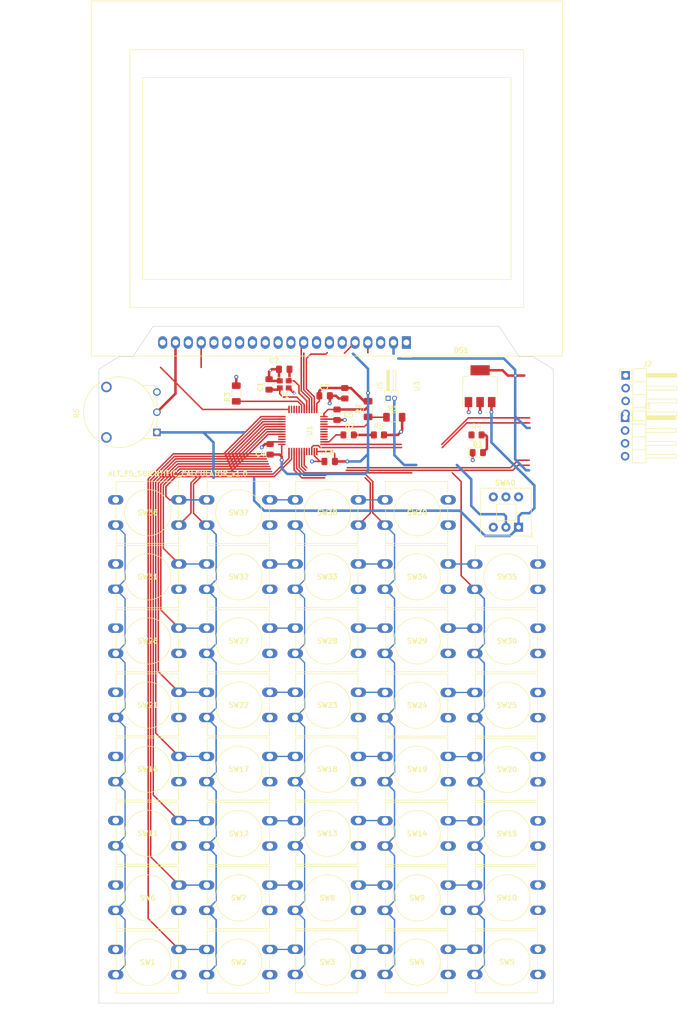
<source format=kicad_pcb>
(kicad_pcb (version 20221018) (generator pcbnew)
  (layers (0 "F.Cu" signal) (31 "B.Cu" signal) (34 "B.Paste" user) (35 "F.Paste" user) (36 "B.SilkS" user "B.Silkscreen") (37 "F.SilkS" user "F.Silkscreen") (38 "B.Mask" user) (39 "F.Mask" user) (44 "Edge.Cuts" user))
  (net 0 "")
  (net 1 "row0")
  (net 2 "row1")
  (net 3 "row2")
  (net 4 "row3")
  (net 5 "row4")
  (net 6 "row5")
  (net 7 "row7")
  (net 8 "col0")
  (net 9 "col1")
  (net 10 "col2")
  (net 11 "col3")
  (net 12 "col4")
  (net 13 "Net-(U1-PF1)")
  (net 14 "GND")
  (net 15 "Net-(U1-PF0)")
  (net 16 "3.3V")
  (net 18 "RS")
  (net 19 "RW")
  (net 20 "E")
  (net 30 "RST")
  (net 32 "Net-(DS1-BLA)")
  (net 33 "row6")
  (net 40 "Net-(U1-BOOT0)")
  (net 41 "Net-(U1-NRST)")
  (net 51 "Battery")
  (net 52 "Net-(D1-A)")
  (net 53 "Net-(D2-A)")
  (net 54 "Net-(J1-Pin_3)")
  (net 55 "Net-(J1-Pin_2)")
  (net 56 "Net-(J2-Pin_3)")
  (net 57 "Net-(J2-Pin_2)")
  (net 58 "Net-(J5-Pin_2)")
  (net 59 "Net-(D2-K)")
  (footprint "Resistor_SMD:R_1206_3216Metric_Pad1.30x1.75mm_HandSolder" (layer "F.Cu") (at 117.672258 116.5825 -90)
    (fp_text reference "R2")
    (fp_text value "0")
  )
  (footprint "Connector_PinHeader_1.27mm:PinHeader_1x02_P1.27mm_Horizontal" (layer "F.Cu") (at 121.652258 114.4575 90)
    (fp_text reference "J5")
    (fp_text value "PWR")
  )
  (footprint "Capacitor_SMD:C_0805_2012Metric_Pad1.18x1.45mm_HandSolder" (layer "F.Cu") (at 101.072258 108.7075 180)
    (fp_text reference "C2")
    (fp_text value "20pF")
  )
  (footprint "Display:ST7920_128x64" (layer "F.Cu") (at 125.26 103.4075)
    (fp_text reference "DS1")
    (fp_text value "ST7920")
  )
  (footprint "Button_Switch_THT:SW_PUSH-12mm" (layer "F.Cu") (at 85.715 223.5825)
    (fp_text reference "SW2")
    (fp_text value "SW_Push")
  )
  (footprint "Button_Switch_THT:SW_PUSH-12mm" (layer "F.Cu") (at 138.82 159.985356)
    (fp_text reference "SW30")
    (fp_text value "SW_Push")
  )
  (footprint "Button_Switch_THT:SW_PUSH-12mm" (layer "F.Cu") (at 103.26 223.5425)
    (fp_text reference "SW3")
    (fp_text value "SW_Push")
  )
  (footprint "Button_Switch_THT:SW_PUSH-12mm" (layer "F.Cu") (at 121.04 147.2625)
    (fp_text reference "SW34")
    (fp_text value "SW_Push")
  )
  (footprint "Button_Switch_THT:SW_PUSH-12mm" (layer "F.Cu") (at 85.715 134.5625)
    (fp_text reference "SW37")
    (fp_text value "SW_Push")
  )
  (footprint "Button_Switch_THT:SW_PUSH-12mm" (layer "F.Cu") (at 138.82 223.5425)
    (fp_text reference "SW5")
    (fp_text value "SW_Push")
  )
  (footprint "Button_Switch_THT:SW_PUSH-12mm" (layer "F.Cu") (at 85.715 185.3625)
    (fp_text reference "SW17")
    (fp_text value "SW_Push")
  )
  (footprint "Capacitor_SMD:C_0805_2012Metric_Pad1.18x1.45mm_HandSolder" (layer "F.Cu") (at 98.272258 124.5575 90)
    (fp_text reference "C4")
    (fp_text value "100pF")
  )
  (footprint "Button_Switch_THT:SW_PUSH-12mm" (layer "F.Cu") (at 103.26 210.8425)
    (fp_text reference "SW8")
    (fp_text value "SW_Push")
  )
  (footprint "Button_Switch_THT:SW_PUSH-12mm" (layer "F.Cu") (at 85.715 147.2625)
    (fp_text reference "SW32")
    (fp_text value "SW_Push")
  )
  (footprint "Package_QFP:LQFP-48_7x7mm_P0.5mm" (layer "F.Cu") (at 104.772258 120.8275 -90)
    (fp_text reference "U1")
    (fp_text value "STM32F302CCTx")
  )
  (footprint "Capacitor_SMD:C_0805_2012Metric_Pad1.18x1.45mm_HandSolder" (layer "F.Cu") (at 110.072258 126.9575 180)
    (fp_text reference "C6")
    (fp_text value "100pF")
  )
  (footprint "Button_Switch_THT:SW_PUSH-12mm" (layer "F.Cu") (at 67.7 198.0625)
    (fp_text reference "SW11")
    (fp_text value "SW_Push")
  )
  (footprint "Button_Switch_THT:SW_Push_2P2T_Toggle_CK_PVA2OAH5xxxxxxV2" (layer "F.Cu") (at 147.4825 139.985 180)
    (fp_text reference "SW40")
    (fp_text value "SW_SPDT")
  )
  (footprint "Connector_PinHeader_2.54mm:PinHeader_1x04_P2.54mm_Horizontal" (layer "F.Cu") (at 168.685 109.9075)
    (fp_text reference "J2")
    (fp_text value "SWD")
  )
  (footprint "Button_Switch_THT:SW_PUSH-12mm" (layer "F.Cu") (at 138.82 198.11964)
    (fp_text reference "SW15")
    (fp_text value "SW_Push")
  )
  (footprint "Resistor_SMD:R_1206_3216Metric_Pad1.30x1.75mm_HandSolder" (layer "F.Cu") (at 91.572258 113.5075 -90)
    (fp_text reference "R3")
    (fp_text value "0")
  )
  (footprint "Button_Switch_THT:SW_PUSH-12mm" (layer "F.Cu") (at 67.7 159.9625)
    (fp_text reference "SW26")
    (fp_text value "SW_Push")
  )
  (footprint "Resistor_SMD:R_1206_3216Metric_Pad1.30x1.75mm_HandSolder" (layer "F.Cu") (at 122.872258 118.2075)
    (fp_text reference "R1")
    (fp_text value "10K")
  )
  (footprint "Capacitor_SMD:C_0805_2012Metric_Pad1.18x1.45mm_HandSolder" (layer "F.Cu") (at 111.522258 117.7075 -90)
    (fp_text reference "C5")
    (fp_text value "100pF")
  )
  (footprint "Button_Switch_THT:SW_PUSH-12mm" (layer "F.Cu") (at 121.04 223.5425)
    (fp_text reference "SW4")
    (fp_text value "SW_Push")
  )
  (footprint "Button_Switch_THT:SW_PUSH-12mm" (layer "F.Cu") (at 103.26 172.6625)
    (fp_text reference "SW23")
    (fp_text value "SW_Push")
  )
  (footprint "Package_TO_SOT_SMD:SOT-223-3_TabPin2" (layer "F.Cu") (at 139.86 112.0575 90)
    (fp_text reference "U3")
    (fp_text value "LM1117MP-3.3")
  )
  (footprint "Button_Switch_THT:SW_PUSH-12mm" (layer "F.Cu") (at 121.04 159.9625)
    (fp_text reference "SW29")
    (fp_text value "SW_Push")
  )
  (footprint "Button_Switch_THT:SW_PUSH-12mm" (layer "F.Cu") (at 121.04 185.3625)
    (fp_text reference "SW19")
    (fp_text value "SW_Push")
  )
  (footprint "Resistor_SMD:R_0805_2012Metric_Pad1.20x1.40mm_HandSolder" (layer "F.Cu") (at 119.822258 121.7075)
    (fp_text reference "R5")
    (fp_text value "330")
  )
  (footprint "Capacitor_SMD:C_0805_2012Metric_Pad1.18x1.45mm_HandSolder" (layer "F.Cu") (at 109.072258 113.9575)
    (fp_text reference "C7")
    (fp_text value "100pF")
  )
  (footprint "Button_Switch_THT:SW_PUSH-12mm" (layer "F.Cu") (at 67.7 172.6625)
    (fp_text reference "SW21")
    (fp_text value "SW_Push")
  )
  (footprint "Button_Switch_THT:SW_PUSH-12mm" (layer "F.Cu") (at 103.26 147.2625)
    (fp_text reference "SW33")
    (fp_text value "SW_Push")
  )
  (footprint "Capacitor_SMD:C_0805_2012Metric_Pad1.18x1.45mm_HandSolder" (layer "F.Cu") (at 98.072258 111.7075 90)
    (fp_text reference "C1")
    (fp_text value "20pF")
  )
  (footprint "Capacitor_SMD:C_0805_2012Metric_Pad1.18x1.45mm_HandSolder" (layer "F.Cu") (at 113.072258 113.4575 -90)
    (fp_text reference "C3" hide)
    (fp_text value "4uF")
  )
  (footprint "Button_Switch_THT:SW_PUSH-12mm" (layer "F.Cu") (at 85.715 198.1025)
    (fp_text reference "SW12")
    (fp_text value "SW_Push")
  )
  (footprint "Button_Switch_THT:SW_PUSH-12mm" (layer "F.Cu") (at 67.7 210.8425)
    (fp_text reference "SW6")
    (fp_text value "SW_Push")
  )
  (footprint "Connector_PinHeader_2.54mm:PinHeader_1x04_P2.54mm_Horizontal" (layer "F.Cu") (at 168.58 118.2975)
    (fp_text reference "J1")
    (fp_text value "UART")
  )
  (footprint "Button_Switch_THT:SW_PUSH-12mm" (layer "F.Cu") (at 85.715 210.8425)
    (fp_text reference "SW7")
    (fp_text value "SW_Push")
  )
  (footprint "Button_Switch_THT:SW_PUSH-12mm" (layer "F.Cu") (at 103.26 134.5625)
    (fp_text reference "SW38")
    (fp_text value "SW_Push")
  )
  (footprint "Button_Switch_THT:SW_PUSH-12mm" (layer "F.Cu") (at 103.26 159.9625)
    (fp_text reference "SW28")
    (fp_text value "SW_Push")
  )
  (footprint "Button_Switch_THT:SW_PUSH-12mm" (layer "F.Cu") (at 85.715 172.6625)
    (fp_text reference "SW22")
    (fp_text value "SW_Push")
  )
  (footprint "LED_SMD:LED_0805_2012Metric_Pad1.15x1.40mm_HandSolder" (layer "F.Cu") (at 139.41 125.2075)
    (fp_text reference "D1")
    (fp_text value "PWR_LED")
  )
  (footprint "Button_Switch_THT:SW_PUSH-12mm" (layer "F.Cu") (at 67.7 223.5825)
    (fp_text reference "SW1")
    (fp_text value "SW_Push")
  )
  (footprint "Resistor_SMD:R_0805_2012Metric_Pad1.20x1.40mm_HandSolder" (layer "F.Cu") (at 139.16 121.7075)
    (fp_text reference "R4")
    (fp_text value "330")
  )
  (footprint "Button_Switch_THT:SW_PUSH-12mm" (layer "F.Cu") (at 138.82 147.273928)
    (fp_text reference "SW35")
    (fp_text value "SW_Push")
  )
  (footprint "Button_Switch_THT:SW_PUSH-12mm" (layer "F.Cu") (at 121.04 198.1025)
    (fp_text reference "SW14")
    (fp_text value "SW_Push")
  )
  (footprint "Button_Switch_THT:SW_PUSH-12mm" (layer "F.Cu") (at 121.04 134.5625)
    (fp_text reference "SW39")
    (fp_text value "SW_Push")
  )
  (footprint "Button_Switch_THT:SW_PUSH-12mm" (layer "F.Cu") (at 121.04 172.7025)
    (fp_text reference "SW24")
    (fp_text value "SW_Push")
  )
  (footprint "Button_Switch_THT:SW_PUSH-12mm" (layer "F.Cu") (at 67.7 147.2625)
    (fp_text reference "SW31")
    (fp_text value "SW_Push")
  )
  (footprint "POT:TRIM_RV100F-30-4K1B-B10K-B301" (layer "F.Cu") (at 68.36 117.2075 90)
    (fp_text reference "R6")
    (fp_text value "RV100F-30-4K1B-B10K-B301" hide)
  )
  (footprint "Button_Switch_THT:SW_PUSH-12mm" (layer "F.Cu") (at 85.715 159.9625)
    (fp_text reference "SW27")
    (fp_text value "SW_Push")
  )
  (footprint "Button_Switch_THT:SW_PUSH-12mm" (layer "F.Cu") (at 138.82 185.408212)
    (fp_text reference "SW20")
    (fp_text value "SW_Push")
  )
  (footprint "LED_SMD:LED_0805_2012Metric_Pad1.15x1.40mm_HandSolder" (layer "F.Cu") (at 113.822258 121.7075 180)
    (fp_text reference "D2")
    (fp_text value "STATUS_LED")
  )
  (footprint "Button_Switch_THT:SW_PUSH-12mm" (layer "F.Cu") (at 67.7 134.5625)
    (fp_text reference "SW36")
    (fp_text value "SW_Push")
  )
  (footprint "Button_Switch_THT:SW_PUSH-12mm" (layer "F.Cu") (at 121.04 210.8425)
    (fp_text reference "SW9")
    (fp_text value "SW_Push")
  )
  (footprint "Button_Switch_THT:SW_PUSH-12mm" (layer "F.Cu") (at 103.26 185.3625)
    (fp_text reference "SW18")
    (fp_text value "SW_Push")
  )
  (footprint "Button_Switch_THT:SW_PUSH-12mm" (layer "F.Cu") (at 103.26 198.0625)
    (fp_text reference "SW13")
    (fp_text value "SW_Push")
  )
  (footprint "Button_Switch_THT:SW_PUSH-12mm" (layer "F.Cu") (at 138.82 210.831068)
    (fp_text reference "SW10")
    (fp_text value "SW_Push")
  )
  (footprint "Button_Switch_THT:SW_PUSH-12mm" (layer "F.Cu") (at 138.82 172.696784)
    (fp_text reference "SW25")
    (fp_text value "SW_Push")
  )
  (footprint "Crystal:Crystal_SMD_2520-4Pin_2.5x2.0mm" (layer "F.Cu") (at 101.072258 111.7075 180)
    (fp_text reference "Y1")
    (fp_text value "XTAL")
  )
  (footprint "Button_Switch_THT:SW_PUSH-12mm" (layer "F.Cu") (at 67.7 185.3625)
    (fp_text reference "SW16")
    (fp_text value "SW_Push")
  )
  (gr_line (start 147.61 106.2075) (end 143.61 100.2075) (stroke (width 0.1)) (layer "Edge.Cuts"))
  (gr_line (start 143.61 100.2075) (end 75.11 100.2075) (stroke (width 0.1)) (layer "Edge.Cuts"))
  (gr_line (start 154.36 108.7075) (end 150.36 106.2075) (stroke (width 0.1)) (layer "Edge.Cuts"))
  (gr_line (start 64.36 108.7075) (end 64.36 234.2075) (stroke (width 0.1)) (layer "Edge.Cuts"))
  (gr_line (start 64.36 234.2075) (end 154.36 234.2075) (stroke (width 0.1)) (layer "Edge.Cuts"))
  (gr_line (start 147.61 106.2075) (end 150.36 106.2075) (stroke (width 0.1)) (layer "Edge.Cuts"))
  (gr_line (start 71.11 106.2075) (end 75.11 100.2075) (stroke (width 0.1)) (layer "Edge.Cuts"))
  (gr_line (start 71.11 106.2075) (end 68.36 106.2075) (stroke (width 0.1)) (layer "Edge.Cuts"))
  (gr_line (start 154.36 234.2075) (end 154.36 108.7075) (stroke (width 0.1)) (layer "Edge.Cuts"))
  (gr_line (start 64.36 108.7075) (end 68.36 106.2075) (stroke (width 0.1)) (layer "Edge.Cuts"))
  (gr_text "ALT_F5_SCIENTIFIC_CALCULATOR_v1.0" (at 66.11 129.9575) (layer "F.SilkS") (effects (font (size 1 1) (thickness 0.2) bold) (justify left bottom)))
  (segment (start 74.13 130.4375) (end 74.13 217.4775) (width 0.3) (layer "F.Cu") (net 1))
  (segment (start 97.11 125.4575) (end 79.11 125.4575) (width 0.3) (layer "F.Cu") (net 1))
  (segment (start 96.452258 118.0775) (end 89.072258 125.4575) (width 0.3) (layer "F.Cu") (net 1))
  (segment (start 74.13 217.4775) (end 80.235 223.5825) (width 0.3) (layer "F.Cu") (net 1))
  (segment (start 100.609758 118.0775) (end 96.452258 118.0775) (width 0.3) (layer "F.Cu") (net 1))
  (segment (start 79.11 125.4575) (end 74.13 130.4375) (width 0.3) (layer "F.Cu") (net 1))
  (segment (start 103.22 223.5825) (end 103.26 223.5425) (width 0.25) (layer "B.Cu") (net 1))
  (segment (start 80.2 223.5825) (end 85.715 223.5825) (width 0.25) (layer "B.Cu") (net 1))
  (segment (start 98.215 223.5825) (end 103.22 223.5825) (width 0.25) (layer "B.Cu") (net 1))
  (segment (start 115.76 223.5425) (end 121.04 223.5425) (width 0.25) (layer "B.Cu") (net 1))
  (segment (start 133.54 223.5425) (end 138.82 223.5425) (width 0.25) (layer "B.Cu") (net 1))
  (segment (start 74.63 130.644606) (end 74.63 205.2375) (width 0.3) (layer "F.Cu") (net 2))
  (segment (start 96.659364 118.5775) (end 89.279364 125.9575) (width 0.3) (layer "F.Cu") (net 2))
  (segment (start 100.609758 118.5775) (end 96.659364 118.5775) (width 0.3) (layer "F.Cu") (net 2))
  (segment (start 74.63 205.2375) (end 80.235 210.8425) (width 0.3) (layer "F.Cu") (net 2))
  (segment (start 97.317106 125.9575) (end 79.317106 125.9575) (width 0.3) (layer "F.Cu") (net 2))
  (segment (start 79.317106 125.9575) (end 74.63 130.644606) (width 0.3) (layer "F.Cu") (net 2))
  (segment (start 103.26 210.8425) (end 98.215 210.8425) (width 0.25) (layer "B.Cu") (net 2))
  (segment (start 121.04 210.8425) (end 115.76 210.8425) (width 0.25) (layer "B.Cu") (net 2))
  (segment (start 133.551432 210.831068) (end 133.54 210.8425) (width 0.25) (layer "B.Cu") (net 2))
  (segment (start 138.82 210.831068) (end 133.551432 210.831068) (width 0.25) (layer "B.Cu") (net 2))
  (segment (start 85.715 210.8425) (end 80.2 210.8425) (width 0.25) (layer "B.Cu") (net 2))
  (segment (start 75.13 130.851712) (end 79.524212 126.4575) (width 0.3) (layer "F.Cu") (net 3))
  (segment (start 80.235 198.1025) (end 75.13 192.9975) (width 0.3) (layer "F.Cu") (net 3))
  (segment (start 96.86647 119.0775) (end 100.609758 119.0775) (width 0.3) (layer "F.Cu") (net 3))
  (segment (start 89.48647 126.4575) (end 96.86647 119.0775) (width 0.3) (layer "F.Cu") (net 3))
  (segment (start 79.524212 126.4575) (end 97.524212 126.4575) (width 0.3) (layer "F.Cu") (net 3))
  (segment (start 75.13 192.9975) (end 75.13 130.851712) (width 0.3) (layer "F.Cu") (net 3))
  (segment (start 121 198.0625) (end 121.04 198.1025) (width 0.25) (layer "B.Cu") (net 3))
  (segment (start 80.2 198.0625) (end 85.675 198.0625) (width 0.25) (layer "B.Cu") (net 3))
  (segment (start 85.675 198.0625) (end 85.715 198.1025) (width 0.25) (layer "B.Cu") (net 3))
  (segment (start 103.22 198.1025) (end 103.26 198.0625) (width 0.25) (layer "B.Cu") (net 3))
  (segment (start 138.80286 198.1025) (end 138.82 198.11964) (width 0.25) (layer "B.Cu") (net 3))
  (segment (start 133.54 198.1025) (end 138.80286 198.1025) (width 0.25) (layer "B.Cu") (net 3))
  (segment (start 115.76 198.0625) (end 121 198.0625) (width 0.25) (layer "B.Cu") (net 3))
  (segment (start 98.215 198.1025) (end 103.22 198.1025) (width 0.25) (layer "B.Cu") (net 3))
  (segment (start 97.731318 126.9575) (end 79.731318 126.9575) (width 0.3) (layer "F.Cu") (net 4))
  (segment (start 75.63 131.058818) (end 75.63 180.7575) (width 0.3) (layer "F.Cu") (net 4))
  (segment (start 75.63 180.7575) (end 80.235 185.3625) (width 0.3) (layer "F.Cu") (net 4))
  (segment (start 79.731318 126.9575) (end 75.63 131.058818) (width 0.3) (layer "F.Cu") (net 4))
  (segment (start 97.073576 119.5775) (end 89.693576 126.9575) (width 0.3) (layer "F.Cu") (net 4))
  (segment (start 100.609758 119.5775) (end 97.073576 119.5775) (width 0.3) (layer "F.Cu") (net 4))
  (segment (start 103.26 185.3625) (end 98.215 185.3625) (width 0.25) (layer "B.Cu") (net 4))
  (segment (start 121.04 185.3625) (end 115.76 185.3625) (width 0.25) (layer "B.Cu") (net 4))
  (segment (start 85.715 185.3625) (end 80.2 185.3625) (width 0.25) (layer "B.Cu") (net 4))
  (segment (start 138.82 185.408212) (end 133.585712 185.408212) (width 0.25) (layer "B.Cu") (net 4))
  (segment (start 133.585712 185.408212) (end 133.54 185.3625) (width 0.25) (layer "B.Cu") (net 4))
  (segment (start 76.13 131.265924) (end 79.938424 127.4575) (width 0.3) (layer "F.Cu") (net 5))
  (segment (start 97.280682 120.0775) (end 100.609758 120.0775) (width 0.3) (layer "F.Cu") (net 5))
  (segment (start 79.938424 127.4575) (end 97.938425 127.4575) (width 0.3) (layer "F.Cu") (net 5))
  (segment (start 76.13 168.5575) (end 76.13 131.265924) (width 0.3) (layer "F.Cu") (net 5))
  (segment (start 80.235 172.6625) (end 76.13 168.5575) (width 0.3) (layer "F.Cu") (net 5))
  (segment (start 89.900683 127.4575) (end 97.280682 120.0775) (width 0.3) (layer "F.Cu") (net 5))
  (segment (start 133.54 172.7025) (end 138.814284 172.7025) (width 0.25) (layer "B.Cu") (net 5))
  (segment (start 138.814284 172.7025) (end 138.82 172.696784) (width 0.25) (layer "B.Cu") (net 5))
  (segment (start 80.2 172.6625) (end 85.715 172.6625) (width 0.25) (layer "B.Cu") (net 5))
  (segment (start 115.76 172.6625) (end 121 172.6625) (width 0.25) (layer "B.Cu") (net 5))
  (segment (start 121 172.6625) (end 121.04 172.7025) (width 0.25) (layer "B.Cu") (net 5))
  (segment (start 98.215 172.6625) (end 103.26 172.6625) (width 0.25) (layer "B.Cu") (net 5))
  (segment (start 98.14553 127.9575) (end 80.14553 127.9575) (width 0.3) (layer "F.Cu") (net 6))
  (segment (start 76.63 131.47303) (end 76.63 156.3575) (width 0.3) (layer "F.Cu") (net 6))
  (segment (start 76.63 156.3575) (end 80.235 159.9625) (width 0.3) (layer "F.Cu") (net 6))
  (segment (start 97.487788 120.5775) (end 90.107788 127.9575) (width 0.3) (layer "F.Cu") (net 6))
  (segment (start 100.609758 120.5775) (end 97.487788 120.5775) (width 0.3) (layer "F.Cu") (net 6))
  (segment (start 80.14553 127.9575) (end 76.63 131.47303) (width 0.3) (layer "F.Cu") (net 6))
  (segment (start 115.76 159.9625) (end 121.04 159.9625) (width 0.25) (layer "B.Cu") (net 6))
  (segment (start 80.2 159.9625) (end 85.715 159.9625) (width 0.25) (layer "B.Cu") (net 6))
  (segment (start 98.215 159.9625) (end 103.26 159.9625) (width 0.25) (layer "B.Cu") (net 6))
  (segment (start 133.54 159.9625) (end 138.797144 159.9625) (width 0.25) (layer "B.Cu") (net 6))
  (segment (start 138.797144 159.9625) (end 138.82 159.985356) (width 0.25) (layer "B.Cu") (net 6))
  (segment (start 97.902001 121.5775) (end 100.609758 121.5775) (width 0.3) (layer "F.Cu") (net 7))
  (segment (start 77.63 131.9375) (end 80.61 128.9575) (width 0.3) (layer "F.Cu") (net 7))
  (segment (start 77.63 133.8165) (end 77.63 131.9375) (width 0.3) (layer "F.Cu") (net 7))
  (segment (start 78.376 134.5625) (end 77.63 133.8165) (width 0.3) (layer "F.Cu") (net 7))
  (segment (start 80.2 134.5625) (end 78.376 134.5625) (width 0.3) (layer "F.Cu") (net 7))
  (segment (start 80.61 128.9575) (end 98.559742 128.9575) (width 0.3) (layer "F.Cu") (net 7))
  (segment (start 90.522 128.9575) (end 97.902001 121.5775) (width 0.3) (layer "F.Cu") (net 7))
  (segment (start 98.215 134.5625) (end 103.26 134.5625) (width 0.25) (layer "B.Cu") (net 7))
  (segment (start 80.2 134.5625) (end 85.715 134.5625) (width 0.3) (layer "B.Cu") (net 7))
  (segment (start 115.76 134.5625) (end 121.04 134.5625) (width 0.25) (layer "B.Cu") (net 7))
  (segment (start 82.61 131.2075) (end 82.61 137.1525) (width 0.3) (layer "F.Cu") (net 8))
  (segment (start 102.022258 126.318161) (end 98.882919 129.4575) (width 0.3) (layer "F.Cu") (net 8))
  (segment (start 82.61 137.1525) (end 80.2 139.5625) (width 0.3) (layer "F.Cu") (net 8))
  (segment (start 98.882919 129.4575) (end 76.322258 129.4575) (width 0.3) (layer "F.Cu") (net 8))
  (segment (start 84.36 129.4575) (end 82.61 131.2075) (width 0.3) (layer "F.Cu") (net 8))
  (segment (start 102.022258 124.99) (end 102.022258 126.318161) (width 0.3) (layer "F.Cu") (net 8))
  (segment (start 69.549 217.6915) (end 69.549 226.7335) (width 0.25) (layer "B.Cu") (net 8))
  (segment (start 69.549 204.9115) (end 69.549 213.9935) (width 0.25) (layer "B.Cu") (net 8))
  (segment (start 69.549 163.1135) (end 67.7 164.9625) (width 0.25) (layer "B.Cu") (net 8))
  (segment (start 69.549 188.5135) (end 67.7 190.3625) (width 0.25) (layer "B.Cu") (net 8))
  (segment (start 67.7 177.6625) (end 69.549 179.5115) (width 0.25) (layer "B.Cu") (net 8))
  (segment (start 67.7 215.8425) (end 69.549 217.6915) (width 0.25) (layer "B.Cu") (net 8))
  (segment (start 69.549 166.8115) (end 69.549 175.8135) (width 0.25) (layer "B.Cu") (net 8))
  (segment (start 67.7 164.9625) (end 69.549 166.8115) (width 0.25) (layer "B.Cu") (net 8))
  (segment (start 69.549 226.7335) (end 67.7 228.5825) (width 0.25) (layer "B.Cu") (net 8))
  (segment (start 69.549 141.4115) (end 69.549 150.4135) (width 0.25) (layer "B.Cu") (net 8))
  (segment (start 69.549 175.8135) (end 67.7 177.6625) (width 0.25) (layer "B.Cu") (net 8))
  (segment (start 69.549 179.5115) (end 69.549 188.5135) (width 0.25) (layer "B.Cu") (net 8))
  (segment (start 67.7 139.5625) (end 69.549 141.4115) (width 0.25) (layer "B.Cu") (net 8))
  (segment (start 69.549 192.2115) (end 69.549 201.2135) (width 0.25) (layer "B.Cu") (net 8))
  (segment (start 67.7 203.0625) (end 69.549 204.9115) (width 0.25) (layer "B.Cu") (net 8))
  (segment (start 69.549 150.4135) (end 67.7 152.2625) (width 0.25) (layer "B.Cu") (net 8))
  (segment (start 67.7 190.3625) (end 69.549 192.2115) (width 0.25) (layer "B.Cu") (net 8))
  (segment (start 69.549 213.9935) (end 67.7 215.8425) (width 0.25) (layer "B.Cu") (net 8))
  (segment (start 69.549 201.2135) (end 67.7 203.0625) (width 0.25) (layer "B.Cu") (net 8))
  (segment (start 69.549 154.1115) (end 69.549 163.1135) (width 0.25) (layer "B.Cu") (net 8))
  (segment (start 67.7 152.2625) (end 69.549 154.1115) (width 0.25) (layer "B.Cu") (net 8))
  (segment (start 102.522258 124.99) (end 102.522258 126.525267) (width 0.3) (layer "F.Cu") (net 9))
  (segment (start 85.465 139.5625) (end 85.715 139.5625) (width 0.3) (layer "F.Cu") (net 9))
  (segment (start 83.11 137.2075) (end 85.465 139.5625) (width 0.3) (layer "F.Cu") (net 9))
  (segment (start 102.522258 126.525267) (end 99.090025 129.9575) (width 0.3) (layer "F.Cu") (net 9))
  (segment (start 99.090025 129.9575) (end 76.572258 129.9575) (width 0.3) (layer "F.Cu") (net 9))
  (segment (start 83.11 131.4575) (end 83.11 137.2075) (width 0.3) (layer "F.Cu") (net 9))
  (segment (start 84.61 129.9575) (end 83.11 131.4575) (width 0.3) (layer "F.Cu") (net 9))
  (segment (start 87.589 141.4365) (end 87.589 150.3885) (width 0.3) (layer "B.Cu") (net 9))
  (segment (start 87.589 179.5365) (end 87.589 188.4885) (width 0.3) (layer "B.Cu") (net 9))
  (segment (start 87.589 213.9685) (end 85.715 215.8425) (width 0.3) (layer "B.Cu") (net 9))
  (segment (start 87.589 154.1365) (end 87.589 163.0885) (width 0.3) (layer "B.Cu") (net 9))
  (segment (start 87.589 226.7085) (end 85.715 228.5825) (width 0.3) (layer "B.Cu") (net 9))
  (segment (start 87.589 192.2365) (end 87.589 201.2285) (width 0.3) (layer "B.Cu") (net 9))
  (segment (start 85.715 177.6625) (end 87.589 179.5365) (width 0.3) (layer "B.Cu") (net 9))
  (segment (start 85.715 203.1025) (end 87.589 204.9765) (width 0.3) (layer "B.Cu") (net 9))
  (segment (start 87.589 217.7165) (end 87.589 226.7085) (width 0.3) (layer "B.Cu") (net 9))
  (segment (start 87.589 175.7885) (end 85.715 177.6625) (width 0.3) (layer "B.Cu") (net 9))
  (segment (start 85.715 152.2625) (end 87.589 154.1365) (width 0.3) (layer "B.Cu") (net 9))
  (segment (start 85.715 215.8425) (end 87.589 217.7165) (width 0.3) (layer "B.Cu") (net 9))
  (segment (start 87.589 163.0885) (end 85.715 164.9625) (width 0.3) (layer "B.Cu") (net 9))
  (segment (start 87.589 150.3885) (end 85.715 152.2625) (width 0.3) (layer "B.Cu") (net 9))
  (segment (start 85.715 139.5625) (end 87.589 141.4365) (width 0.3) (layer "B.Cu") (net 9))
  (segment (start 87.589 188.4885) (end 85.715 190.3625) (width 0.3) (layer "B.Cu") (net 9))
  (segment (start 85.715 190.3625) (end 87.589 192.2365) (width 0.3) (layer "B.Cu") (net 9))
  (segment (start 87.589 201.2285) (end 85.715 203.1025) (width 0.3) (layer "B.Cu") (net 9))
  (segment (start 87.589 166.8365) (end 87.589 175.7885) (width 0.3) (layer "B.Cu") (net 9))
  (segment (start 85.715 164.9625) (end 87.589 166.8365) (width 0.3) (layer "B.Cu") (net 9))
  (segment (start 87.589 204.9765) (end 87.589 213.9685) (width 0.3) (layer "B.Cu") (net 9))
  (segment (start 104.572258 130.2075) (end 109.072258 130.2075) (width 0.3) (layer "F.Cu") (net 10))
  (segment (start 118.11 137.2125) (end 115.76 139.5625) (width 0.3) (layer "F.Cu") (net 10))
  (segment (start 103.022258 124.99) (end 103.022258 128.6575) (width 0.3) (layer "F.Cu") (net 10))
  (segment (start 103.022258 128.6575) (end 104.572258 130.2075) (width 0.3) (layer "F.Cu") (net 10))
  (segment (start 118.11 131.2075) (end 118.11 137.2125) (width 0.3) (layer "F.Cu") (net 10))
  (segment (start 117.11 130.2075) (end 118.11 131.2075) (width 0.3) (layer "F.Cu") (net 10))
  (segment (start 103.26 152.2625) (end 105.109 154.1115) (width 0.25) (layer "B.Cu") (net 10))
  (segment (start 103.26 203.0625) (end 105.109 204.9115) (width 0.25) (layer "B.Cu") (net 10))
  (segment (start 105.109 213.9935) (end 103.26 215.8425) (width 0.25) (layer "B.Cu") (net 10))
  (segment (start 105.109 192.2115) (end 105.109 201.2135) (width 0.25) (layer "B.Cu") (net 10))
  (segment (start 103.26 139.5625) (end 105.109 141.4115) (width 0.25) (layer "B.Cu") (net 10))
  (segment (start 105.109 217.6915) (end 105.109 226.6935) (width 0.25) (layer "B.Cu") (net 10))
  (segment (start 105.109 204.9115) (end 105.109 213.9935) (width 0.25) (layer "B.Cu") (net 10))
  (segment (start 105.109 201.2135) (end 103.26 203.0625) (width 0.25) (layer "B.Cu") (net 10))
  (segment (start 105.109 179.5115) (end 105.109 188.5135) (width 0.25) (layer "B.Cu") (net 10))
  (segment (start 105.109 175.8135) (end 103.26 177.6625) (width 0.25) (layer "B.Cu") (net 10))
  (segment (start 105.109 141.4115) (end 105.109 150.4135) (width 0.25) (layer "B.Cu") (net 10))
  (segment (start 103.26 215.8425) (end 105.109 217.6915) (width 0.25) (layer "B.Cu") (net 10))
  (segment (start 103.26 190.3625) (end 105.109 192.2115) (width 0.25) (layer "B.Cu") (net 10))
  (segment (start 105.109 163.1135) (end 103.26 164.9625) (width 0.25) (layer "B.Cu") (net 10))
  (segment (start 103.26 164.9625) (end 105.109 166.8115) (width 0.25) (layer "B.Cu") (net 10))
  (segment (start 105.109 226.6935) (end 103.26 228.5425) (width 0.25) (layer "B.Cu") (net 10))
  (segment (start 105.109 188.5135) (end 103.26 190.3625) (width 0.25) (layer "B.Cu") (net 10))
  (segment (start 105.109 166.8115) (end 105.109 175.8135) (width 0.25) (layer "B.Cu") (net 10))
  (segment (start 103.26 177.6625) (end 105.109 179.5115) (width 0.25) (layer "B.Cu") (net 10))
  (segment (start 105.109 150.4135) (end 103.26 152.2625) (width 0.25) (layer "B.Cu") (net 10))
  (segment (start 105.109 154.1115) (end 105.109 163.1135) (width 0.25) (layer "B.Cu") (net 10))
  (segment (start 103.522258 124.99) (end 103.522258 128.321712) (width 0.3) (layer "F.Cu") (net 11))
  (segment (start 103.522258 128.321712) (end 104.908046 129.7075) (width 0.3) (layer "F.Cu") (net 11))
  (segment (start 117.36 129.7075) (end 118.61 130.9575) (width 0.3) (layer "F.Cu") (net 11))
  (segment (start 118.61 137.1325) (end 121.04 139.5625) (width 0.3) (layer "F.Cu") (net 11))
  (segment (start 104.908046 129.7075) (end 109.322258 129.7075) (width 0.3) (layer "F.Cu") (net 11))
  (segment (start 118.61 130.9575) (end 118.61 137.1325) (width 0.3) (layer "F.Cu") (net 11))
  (segment (start 122.914 175.8285) (end 121.04 177.7025) (width 0.3) (layer "B.Cu") (net 11))
  (segment (start 121.04 177.7025) (end 122.914 179.5765) (width 0.3) (layer "B.Cu") (net 11))
  (segment (start 122.914 213.9685) (end 121.04 215.8425) (width 0.3) (layer "B.Cu") (net 11))
  (segment (start 122.914 204.9765) (end 122.914 213.9685) (width 0.3) (layer "B.Cu") (net 11))
  (segment (start 122.914 141.4365) (end 122.914 150.3885) (width 0.3) (layer "B.Cu") (net 11))
  (segment (start 122.914 226.6685) (end 121.04 228.5425) (width 0.3) (layer "B.Cu") (net 11))
  (segment (start 121.04 190.3625) (end 122.914 192.2365) (width 0.3) (layer "B.Cu") (net 11))
  (segment (start 122.914 201.2285) (end 121.04 203.1025) (width 0.3) (layer "B.Cu") (net 11))
  (segment (start 121.04 215.8425) (end 122.914 217.7165) (width 0.3) (layer "B.Cu") (net 11))
  (segment (start 122.914 154.1365) (end 122.914 163.0885) (width 0.3) (layer "B.Cu") (net 11))
  (segment (start 122.914 188.4885) (end 121.04 190.3625) (width 0.3) (layer "B.Cu") (net 11))
  (segment (start 122.914 163.0885) (end 121.04 164.9625) (width 0.3) (layer "B.Cu") (net 11))
  (segment (start 122.914 166.8365) (end 122.914 175.8285) (width 0.3) (layer "B.Cu") (net 11))
  (segment (start 121.04 203.1025) (end 122.914 204.9765) (width 0.3) (layer "B.Cu") (net 11))
  (segment (start 122.914 150.3885) (end 121.04 152.2625) (width 0.3) (layer "B.Cu") (net 11))
  (segment (start 121.04 164.9625) (end 122.914 166.8365) (width 0.3) (layer "B.Cu") (net 11))
  (segment (start 121.04 139.5625) (end 122.914 141.4365) (width 0.3) (layer "B.Cu") (net 11))
  (segment (start 121.04 152.2625) (end 122.914 154.1365) (width 0.3) (layer "B.Cu") (net 11))
  (segment (start 122.914 192.2365) (end 122.914 201.2285) (width 0.3) (layer "B.Cu") (net 11))
  (segment (start 122.914 217.7165) (end 122.914 226.6685) (width 0.3) (layer "B.Cu") (net 11))
  (segment (start 122.914 179.5765) (end 122.914 188.4885) (width 0.3) (layer "B.Cu") (net 11))
  (segment (start 104.022258 124.99) (end 104.022258 128.114606) (width 0.3) (layer "F.Cu") (net 12))
  (segment (start 136.11 130.9575) (end 136.11 149.563928) (width 0.3) (layer "F.Cu") (net 12))
  (segment (start 104.022258 128.114606) (end 105.115152 129.2075) (width 0.3) (layer "F.Cu") (net 12))
  (segment (start 105.115152 129.2075) (end 126.322258 129.2075) (width 0.3) (layer "F.Cu") (net 12))
  (segment (start 134.36 129.2075) (end 136.11 130.9575) (width 0.3) (layer "F.Cu") (net 12))
  (segment (start 136.11 149.563928) (end 138.82 152.273928) (width 0.3) (layer "F.Cu") (net 12))
  (segment (start 138.82 164.985356) (end 140.694 166.859356) (width 0.3) (layer "B.Cu") (net 12))
  (segment (start 138.82 177.696784) (end 140.694 179.570784) (width 0.3) (layer "B.Cu") (net 12))
  (segment (start 140.694 217.705068) (end 140.694 226.6685) (width 0.3) (layer "B.Cu") (net 12))
  (segment (start 140.694 154.147928) (end 140.694 163.111356) (width 0.3) (layer "B.Cu") (net 12))
  (segment (start 138.82 152.273928) (end 140.694 154.147928) (width 0.3) (layer "B.Cu") (net 12))
  (segment (start 140.694 204.99364) (end 140.694 213.957068) (width 0.3) (layer "B.Cu") (net 12))
  (segment (start 140.694 163.111356) (end 138.82 164.985356) (width 0.3) (layer "B.Cu") (net 12))
  (segment (start 140.694 192.282212) (end 140.694 201.24564) (width 0.3) (layer "B.Cu") (net 12))
  (segment (start 140.694 175.822784) (end 138.82 177.696784) (width 0.3) (layer "B.Cu") (net 12))
  (segment (start 138.82 215.831068) (end 140.694 217.705068) (width 0.3) (layer "B.Cu") (net 12))
  (segment (start 140.694 188.534212) (end 138.82 190.408212) (width 0.3) (layer "B.Cu") (net 12))
  (segment (start 140.694 179.570784) (end 140.694 188.534212) (width 0.3) (layer "B.Cu") (net 12))
  (segment (start 140.694 166.859356) (end 140.694 175.822784) (width 0.3) (layer "B.Cu") (net 12))
  (segment (start 140.694 201.24564) (end 138.82 203.11964) (width 0.3) (layer "B.Cu") (net 12))
  (segment (start 140.694 226.6685) (end 138.82 228.5425) (width 0.3) (layer "B.Cu") (net 12))
  (segment (start 138.82 190.408212) (end 140.694 192.282212) (width 0.3) (layer "B.Cu") (net 12))
  (segment (start 138.82 203.11964) (end 140.694 204.99364) (width 0.3) (layer "B.Cu") (net 12))
  (segment (start 140.694 213.957068) (end 138.82 215.831068) (width 0.3) (layer "B.Cu") (net 12))
  (segment (start 103.539695 114.2075) (end 100.822258 114.2075) (width 0.3) (layer "F.Cu") (net 13))
  (segment (start 105.022258 115.7075) (end 105.022258 115.690063) (width 0.3) (layer "F.Cu") (net 13))
  (segment (start 99.859758 112.745) (end 100.197258 112.4075) (width 0.5) (layer "F.Cu") (net 13))
  (segment (start 100.197258 113.5825) (end 100.197258 112.4075) (width 0.3) (layer "F.Cu") (net 13))
  (segment (start 98.072258 112.745) (end 99.859758 112.745) (width 0.5) (layer "F.Cu") (net 13))
  (segment (start 105.022258 115.7075) (end 105.022258 116.665) (width 0.3) (layer "F.Cu") (net 13))
  (segment (start 100.822258 114.2075) (end 100.197258 113.5825) (width 0.3) (layer "F.Cu") (net 13))
  (segment (start 105.022258 115.690063) (end 103.539695 114.2075) (width 0.3) (layer "F.Cu") (net 13))
  (segment (start 123.572258 121.7075) (end 121.372258 121.7075) (width 0.5) (layer "F.Cu") (net 14))
  (segment (start 124.422258 120.8575) (end 124.197258 121.0825) (width 0.5) (layer "F.Cu") (net 14))
  (segment (start 98.714758 123.0775) (end 98.272258 123.52) (width 0.3) (layer "F.Cu") (net 14))
  (segment (start 111.322258 113.9575) (end 110.109758 113.9575) (width 0.5) (layer "F.Cu") (net 14))
  (segment (start 100.034758 108.7075) (end 98.572258 108.7075) (width 0.5) (layer "F.Cu") (net 14))
  (segment (start 110.109758 115.42) (end 110.072258 115.4575) (width 0.5) (layer "F.Cu") (net 14))
  (segment (start 124.422258 118.2075) (end 124.422258 120.8575) (width 0.5) (layer "F.Cu") (net 14))
  (segment (start 108.151217 126.9575) (end 109.034758 126.9575) (width 0.3) (layer "F.Cu") (net 14))
  (segment (start 110.109758 113.9575) (end 110.109758 115.42) (width 0.5) (layer "F.Cu") (net 14))
  (segment (start 101.947258 112.4075) (end 102.022258 112.4075) (width 0.5) (layer "F.Cu") (net 14))
  (segment (start 98.272258 123.52) (end 97.259758 123.52) (width 0.5) (layer "F.Cu") (net 14))
  (segment (start 124.197258 121.0825) (end 123.572258 121.7075) (width 0.5) (layer "F.Cu") (net 14))
  (segment (start 100.034758 108.7075) (end 100.034758 110.845) (width 0.5) (layer "F.Cu") (net 14))
  (segment (start 111.354758 118.5775) (end 111.522258 118.745) (width 0.3) (layer "F.Cu") (net 14))
  (segment (start 113.072258 114.495) (end 111.859758 114.495) (width 0.5) (layer "F.Cu") (net 14))
  (segment (start 137.56 117.1575) (end 137.56 115.2075) (width 0.3) (layer "F.Cu") (net 14))
  (segment (start 102.022258 112.4075) (end 103.072258 113.4575) (width 0.5) (layer "F.Cu") (net 14))
  (segment (start 100.197258 111.0075) (end 98.409758 111.0075) (width 0.5) (layer "F.Cu") (net 14))
  (segment (start 108.934758 118.5775) (end 111.354758 118.5775) (width 0.3) (layer "F.Cu") (net 14))
  (segment (start 138.385 126.6825) (end 138.41 126.7075) (width 0.5) (layer "F.Cu") (net 14))
  (segment (start 107.022258 125.828541) (end 108.151217 126.9575) (width 0.3) (layer "F.Cu") (net 14))
  (segment (start 138.385 125.2075) (end 138.385 126.6825) (width 0.5) (layer "F.Cu") (net 14))
  (segment (start 98.072258 110.67) (end 98.072258 109.2075) (width 0.5) (layer "F.Cu") (net 14))
  (segment (start 98.409758 111.0075) (end 98.072258 110.67) (width 0.5) (layer "F.Cu") (net 14))
  (segment (start 111.859758 114.495) (end 111.322258 113.9575) (width 0.5) (layer "F.Cu") (net 14))
  (segment (start 91.572258 111.9575) (end 91.572258 110.2075) (width 0.5) (layer "F.Cu") (net 14))
  (segment (start 100.609758 123.0775) (end 98.714758 123.0775) (width 0.3) (layer "F.Cu") (net 14))
  (segment (start 97.259758 123.52) (end 96.622258 124.1575) (width 0.5) (layer "F.Cu") (net 14))
  (segment (start 137.61 117.2075) (end 137.56 117.1575) (width 0.3) (layer "F.Cu") (net 14))
  (segment (start 98.572258 108.7075) (end 98.322258 108.9575) (width 0.5) (layer "F.Cu") (net 14))
  (segment (start 107.022258 124.99) (end 107.022258 125.828541) (width 0.3) (layer "F.Cu") (net 14))
  (segment (start 100.034758 110.845) (end 100.197258 111.0075) (width 0.5) (layer "F.Cu") (net 14))
  (segment (start 113.072258 118.745) (end 111.522258 118.745) (width 0.5) (layer "F.Cu") (net 14))
  (segment (start 109.034758 126.9575) (end 106.572258 126.9575) (width 0.3) (layer "F.Cu") (net 14))
  (segment (start 98.072258 109.2075) (end 98.322258 108.9575) (width 0.5) (layer "F.Cu") (net 14))
  (via (at 98.322258 108.9575) (size 0.5) (drill 0.3) (layers "F.Cu" "B.Cu") (net 14))
  (via (at 106.572258 126.9575) (size 0.8) (drill 0.4) (layers "F.Cu" "B.Cu") (net 14))
  (via (at 124.197258 121.0825) (size 0.8) (drill 0.4) (layers "F.Cu" "B.Cu") (net 14))
  (via (at 137.61 117.2075) (size 0.8) (drill 0.4) (layers "F.Cu" "B.Cu") (net 14))
  (via (at 96.622258 124.1575) (size 0.8) (drill 0.4) (layers "F.Cu" "B.Cu") (net 14))
  (via (at 138.41 126.7075) (size 0.8) (drill 0.4) (layers "F.Cu" "B.Cu") (net 14))
  (via (at 113.072258 118.745) (size 0.8) (drill 0.4) (layers "F.Cu" "B.Cu") (net 14))
  (via (at 103.072258 113.4575) (size 0.5) (drill 0.3) (layers "F.Cu" "B.Cu") (net 14))
  (via (at 110.072258 115.4575) (size 0.8) (drill 0.4) (layers "F.Cu" "B.Cu") (net 14))
  (via (at 91.572258 110.2075) (size 0.8) (drill 0.4) (layers "F.Cu" "B.Cu") (net 14))
  (segment (start 102.109758 110.845) (end 101.947258 111.0075) (width 0.5) (layer "F.Cu") (net 15))
  (segment (start 105.522258 114.9575) (end 105.522258 116.665) (width 0.3) (layer "F.Cu") (net 15))
  (segment (start 103.997258 111.9575) (end 103.047258 111.0075) (width 0.3) (layer "F.Cu") (net 15))
  (segment (start 105.522258 114.87) (end 105.522258 114.9575) (width 0.3) (layer "F.Cu") (net 15))
  (segment (start 103.047258 111.0075) (end 101.947258 111.0075) (width 0.3) (layer "F.Cu") (net 15))
  (segment (start 102.109758 108.7075) (end 102.109758 110.845) (width 0.5) (layer "F.Cu") (net 15))
  (segment (start 105.522258 114.94071) (end 103.997258 113.41571) (width 0.3) (layer "F.Cu") (net 15))
  (segment (start 103.997258 113.41571) (end 103.997258 111.9575) (width 0.3) (layer "F.Cu") (net 15))
  (segment (start 105.522258 114.9575) (end 105.522258 114.94071) (width 0.3) (layer "F.Cu") (net 15))
  (segment (start 111.072258 125.4575) (end 110.604758 124.99) (width 0.3) (layer "F.Cu") (net 16))
  (segment (start 100.159758 125.595) (end 100.572258 126.0075) (width 0.5) (layer "F.Cu") (net 16))
  (segment (start 109.759758 116.67) (end 111.522258 116.67) (width 0.3) (layer "F.Cu") (net 16))
  (segment (start 117.672258 115.0325) (end 116.897258 115.0325) (width 0.5) (layer "F.Cu") (net 16))
  (segment (start 139.86 115.2075) (end 139.86 117.2075) (width 0.5) (layer "F.Cu") (net 16))
  (segment (start 108.609758 112.42) (end 108.034758 112.995) (width 0.5) (layer "F.Cu") (net 16))
  (segment (start 111.109758 126.9575) (end 111.072258 126.92) (width 0.3) (layer "F.Cu") (net 16))
  (segment (start 107.522258 115.5075) (end 108.034758 114.995) (width 0.3) (layer "F.Cu") (net 16))
  (segment (start 108.934758 118.0775) (end 108.934758 117.495) (width 0.3) (layer "F.Cu") (net 16))
  (segment (start 117.672258 116.1075) (end 117.109758 116.67) (width 0.5) (layer "F.Cu") (net 16))
  (segment (start 117.109758 116.67) (end 111.522258 116.67) (width 0.5) (layer "F.Cu") (net 16))
  (segment (start 100.609758 123.5775) (end 100.572258 123.615) (width 0.3) (layer "F.Cu") (net 16))
  (segment (start 107.522258 116.665) (end 107.522258 115.5075) (width 0.3) (layer "F.Cu") (net 16))
  (segment (start 108.034758 112.995) (end 108.034758 113.9575) (width 0.5) (layer "F.Cu") (net 16))
  (segment (start 98.272258 125.595) (end 100.159758 125.595) (width 0.5) (layer "F.Cu") (net 16))
  (segment (start 100.572258 123.615) (end 100.572258 126.0075) (width 0.3) (layer "F.Cu") (net 16))
  (segment (start 108.934758 117.495) (end 109.759758 116.67) (width 0.3) (layer "F.Cu") (net 16))
  (segment (start 113.572258 126.9575) (end 111.109758 126.9575) (width 0.5) (layer "F.Cu") (net 16))
  (segment (start 100.572258 126.0075) (end 100.572258 126.7075) (width 0.5) (layer "F.Cu") (net 16))
  (segment (start 108.034758 114.995) (end 108.034758 113.9575) (width 0.3) (layer "F.Cu") (net 16))
  (segment (start 145.36 109.9575) (end 144.31 108.9075) (width 0.5) (layer "F.Cu") (net 16))
  (segment (start 117.672258 115.0325) (end 117.672258 116.1075) (width 0.5) (layer "F.Cu") (net 16))
  (segment (start 113.072258 112.42) (end 108.609758 112.42) (width 0.5) (layer "F.Cu") (net 16))
  (segment (start 110.604758 124.99) (end 107.522258 124.99) (width 0.3) (layer "F.Cu") (net 16))
  (segment (start 117.672258 115.0325) (end 117.672258 113.3825) (width 0.5) (layer "F.Cu") (net 16))
  (segment (start 111.072258 126.92) (end 111.072258 125.4575) (width 0.3) (layer "F.Cu") (net 16))
  (segment (start 116.897258 115.0325) (end 114.284758 112.42) (width 0.5) (layer "F.Cu") (net 16))
  (segment (start 114.284758 112.42) (end 113.072258 112.42) (width 0.5) (layer "F.Cu") (net 16))
  (segment (start 144.31 108.9075) (end 139.86 108.9075) (width 0.5) (layer "F.Cu") (net 16))
  (segment (start 146.86 109.9575) (end 148.61 109.9575) (width 0.5) (layer "F.Cu") (net 16))
  (segment (start 146.86 109.9575) (end 145.36 109.9575) (width 0.5) (layer "F.Cu") (net 16))
  (via (at 113.572258 126.9575) (size 0.8) (drill 0.4) (layers "F.Cu" "B.Cu") (net 16))
  (via (at 117.672258 113.3825) (size 0.8) (drill 0.4) (layers "F.Cu" "B.Cu") (net 16))
  (via (at 100.572258 126.7075) (size 0.8) (drill 0.4) (layers "F.Cu" "B.Cu") (net 16))
  (via (at 146.86 109.9575) (size 0.8) (drill 0.4) (layers "F.Cu" "B.Cu") (net 16))
  (via (at 139.86 117.2075) (size 0.8) (drill 0.4) (layers "F.Cu" "B.Cu") (net 16))
  (segment (start 146.81 118.05354) (end 146.81 116.4275) (width 0.5) (layer "B.Cu") (net 16))
  (segment (start 149.685 120.3275) (end 149.08396 120.3275) (width 0.5) (layer "B.Cu") (net 16))
  (segment (start 122.72 105.6375) (end 122.72 103.4075) (width 0.5) (layer "B.Cu") (net 16))
  (segment (start 146.81 126.54854) (end 146.81 116.4275) (width 0.5) (layer "B.Cu") (net 16))
  (segment (start 116.172258 126.9575) (end 113.572258 126.9575) (width 0.5) (layer "B.Cu") (net 16))
  (segment (start 146.81 108.8275) (end 144.56 106.5775) (width 0.5) (layer "B.Cu") (net 16))
  (segment (start 148.97896 128.7175) (end 146.81 126.54854) (width 0.5) (layer "B.Cu") (net 16))
  (segment (start 144.56 106.5775) (end 123.66 106.5775) (width 0.5) (layer "B.Cu") (net 16))
  (segment (start 149.08396 120.3275) (end 146.81 118.05354) (width 0.5) (layer "B.Cu") (net 16))
  (segment (start 101.672258 129.4275) (end 117.072258 129.4275) (width 0.5) (layer "B.Cu") (net 16))
  (segment (start 146.81 109.9075) (end 146.86 109.9575) (width 0.5) (layer "B.Cu") (net 16))
  (segment (start 117.672258 125.4575) (end 117.672258 108.6275) (width 0.5) (layer "B.Cu") (net 16))
  (segment (start 117.672258 108.6275) (end 114.787258 105.7425) (width 0.5) (layer "B.Cu") (net 16))
  (segment (start 146.81 108.8275) (end 146.81 109.9075) (width 0.5) (layer "B.Cu") (net 16))
  (segment (start 117.672258 125.4575) (end 116.172258 126.9575) (width 0.5) (layer "B.Cu") (net 16))
  (segment (start 146.81 110.0075) (end 146.86 109.9575) (width 0.5) (layer "B.Cu") (net 16))
  (segment (start 100.572258 128.3275) (end 101.672258 129.4275) (width 0.5) (layer "B.Cu") (net 16))
  (segment (start 114.787258 105.7425) (end 114.682258 105.6375) (width 0.5) (layer "B.Cu") (net 16))
  (segment (start 117.072258 129.4275) (end 117.672258 128.8275) (width 0.5) (layer "B.Cu") (net 16))
  (segment (start 149.58 128.7175) (end 148.97896 128.7175) (width 0.5) (layer "B.Cu") (net 16))
  (segment (start 146.81 116.4275) (end 146.81 110.0075) (width 0.5) (layer "B.Cu") (net 16))
  (segment (start 100.572258 126.7075) (end 100.572258 128.3275) (width 0.5) (layer "B.Cu") (net 16))
  (segment (start 115.622258 106.5775) (end 114.787258 105.7425) (width 0.5) (layer "B.Cu") (net 16))
  (segment (start 117.672258 128.8275) (end 117.672258 125.4575) (width 0.5) (layer "B.Cu") (net 16))
  (segment (start 107.022258 114.1575) (end 107.022258 116.665) (width 0.3) (layer "F.Cu") (net 18))
  (segment (start 109.602258 105.4275) (end 109.322258 105.7075) (width 0.3) (layer "F.Cu") (net 18))
  (segment (start 117.64 103.4075) (end 117.64 105.4275) (width 0.3) (layer "F.Cu") (net 18))
  (segment (start 105.447258 112.5825) (end 107.022258 114.1575) (width 0.3) (layer "F.Cu") (net 18))
  (segment (start 109.322258 105.7075) (end 106.322258 105.7075) (width 0.3) (layer "F.Cu") (net 18))
  (segment (start 106.322258 105.7075) (end 105.447258 106.5825) (width 0.3) (layer "F.Cu") (net 18))
  (segment (start 105.447258 106.5825) (end 105.447258 112.5825) (width 0.3) (layer "F.Cu") (net 18))
  (segment (start 104.947258 105.5225) (end 104.947258 112.789606) (width 0.3) (layer "F.Cu") (net 19))
  (segment (start 104.947258 112.789606) (end 106.522258 114.364606) (width 0.3) (layer "F.Cu") (net 19))
  (segment (start 106.522258 114.364606) (end 106.522258 116.665) (width 0.3) (layer "F.Cu") (net 19))
  (segment (start 115.1 103.4075) (end 112.985 105.5225) (width 0.3) (layer "F.Cu") (net 19))
  (segment (start 104.447258 103.4825) (end 104.447258 112.996712) (width 0.3) (layer "F.Cu") (net 20))
  (segment (start 104.447258 112.996712) (end 106.022258 114.571712) (width 0.3) (layer "F.Cu") (net 20))
  (segment (start 106.022258 114.571712) (end 106.022258 116.665) (width 0.3) (layer "F.Cu") (net 20))
  (segment (start 112.56 103.4075) (end 112.485 103.4825) (width 0.3) (layer "F.Cu") (net 20))
  (segment (start 84.62 108.3375) (end 84.62 103.4075) (width 0.3) (layer "F.Cu") (net 30))
  (segment (start 84.909758 116.665) (end 76.582258 108.3375) (width 0.3) (layer "F.Cu") (net 30))
  (segment (start 102.022258 116.665) (end 84.909758 116.665) (width 0.3) (layer "F.Cu") (net 30))
  (segment (start 79.54 103.4075) (end 79.54 113.5275) (width 0.5) (layer "F.Cu") (net 32))
  (segment (start 79.54 113.5275) (end 75.86 117.2075) (width 0.5) (layer "F.Cu") (net 32))
  (segment (start 80.352636 128.4575) (end 98.352637 128.4575) (width 0.3) (layer "F.Cu") (net 33))
  (segment (start 77.13 131.680136) (end 80.352636 128.4575) (width 0.3) (layer "F.Cu") (net 33))
  (segment (start 90.314895 128.4575) (end 97.694895 121.0775) (width 0.3) (layer "F.Cu") (net 33))
  (segment (start 97.694895 121.0775) (end 100.609758 121.0775) (width 0.3) (layer "F.Cu") (net 33))
  (segment (start 80.235 147.2625) (end 77.13 144.1575) (width 0.3) (layer "F.Cu") (net 33))
  (segment (start 77.13 144.1575) (end 77.13 131.680136) (width 0.3) (layer "F.Cu") (net 33))
  (segment (start 133.54 147.2625) (end 138.808572 147.2625) (width 0.25) (layer "B.Cu") (net 33))
  (segment (start 138.808572 147.2625) (end 138.82 147.273928) (width 0.25) (layer "B.Cu") (net 33))
  (segment (start 115.76 147.2625) (end 121.04 147.2625) (width 0.25) (layer "B.Cu") (net 33))
  (segment (start 98.215 147.2625) (end 103.26 147.2625) (width 0.25) (layer "B.Cu") (net 33))
  (segment (start 80.2 147.2625) (end 85.715 147.2625) (width 0.25) (layer "B.Cu") (net 33))
  (segment (start 117.672258 118.1325) (end 117.747258 118.2075) (width 0.3) (layer "F.Cu") (net 40))
  (segment (start 117.672258 119.3575) (end 117.672258 118.1325) (width 0.3) (layer "F.Cu") (net 40))
  (segment (start 117.747258 118.2075) (end 121.322258 118.2075) (width 0.3) (layer "F.Cu") (net 40))
  (segment (start 108.934758 120.0775) (end 116.952258 120.0775) (width 0.3) (layer "F.Cu") (net 40))
  (segment (start 116.952258 120.0775) (end 117.672258 119.3575) (width 0.3) (layer "F.Cu") (net 40))
  (segment (start 104.522258 115.826459) (end 103.753299 115.0575) (width 0.3) (layer "F.Cu") (net 41))
  (segment (start 103.753299 115.0575) (end 91.572258 115.0575) (width 0.3) (layer "F.Cu") (net 41))
  (segment (start 104.522258 116.665) (end 104.522258 115.826459) (width 0.3) (layer "F.Cu") (net 41))
  (segment (start 142.11 115.2575) (end 142.16 115.2075) (width 0.5) (layer "F.Cu") (net 51))
  (segment (start 142.11 117.2075) (end 142.11 115.2575) (width 0.5) (layer "F.Cu") (net 51))
  (via (at 142.11 117.2075) (size 0.8) (drill 0.4) (layers "F.Cu" "B.Cu") (net 51))
  (segment (start 145.76 141.7075) (end 147.4825 139.985) (width 0.5) (layer "B.Cu") (net 51))
  (segment (start 93.11 121.2075) (end 75.86 121.2075) (width 0.5) (layer "B.Cu") (net 51))
  (segment (start 147.4825 137.835) (end 147.4825 139.985) (width 0.5) (layer "B.Cu") (net 51))
  (segment (start 142.11 123.2075) (end 150.61 131.7075) (width 0.5) (layer "B.Cu") (net 51))
  (segment (start 148.11 137.2075) (end 147.4825 137.835) (width 0.5) (layer "B.Cu") (net 51))
  (segment (start 87.072258 130.2075) (end 87.072258 123.2075) (width 0.5) (layer "B.Cu") (net 51))
  (segment (start 150.61 136.2075) (end 149.61 137.2075) (width 0.5) (layer "B.Cu") (net 51))
  (segment (start 97.11 136.7075) (end 135.86 136.7075) (width 0.5) (layer "B.Cu") (net 51))
  (segment (start 95.11 130.2075) (end 95.11 134.7075) (width 0.5) (layer "B.Cu") (net 51))
  (segment (start 135.86 136.7075) (end 140.86 141.7075) (width 0.5) (layer "B.Cu") (net 51))
  (segment (start 140.86 141.7075) (end 145.76 141.7075) (width 0.5) (layer "B.Cu") (net 51))
  (segment (start 87.072258 125.9575) (end 87.072258 130.2075) (width 0.5) (layer "B.Cu") (net 51))
  (segment (start 150.61 131.7075) (end 150.61 136.2075) (width 0.5) (layer "B.Cu") (net 51))
  (segment (start 95.11 134.7075) (end 97.11 136.7075) (width 0.5) (layer "B.Cu") (net 51))
  (segment (start 149.61 137.2075) (end 148.11 137.2075) (width 0.5) (layer "B.Cu") (net 51))
  (segment (start 142.11 117.2075) (end 142.11 123.2075) (width 0.5) (layer "B.Cu") (net 51))
  (segment (start 87.072258 123.2075) (end 85.072258 121.2075) (width 0.5) (layer "B.Cu") (net 51))
  (segment (start 140.16 121.7075) (end 140.91 121.7075) (width 0.5) (layer "F.Cu") (net 52))
  (segment (start 141.21 124.4325) (end 140.435 125.2075) (width 0.5) (layer "F.Cu") (net 52))
  (segment (start 140.91 121.7075) (end 141.21 122.0075) (width 0.5) (layer "F.Cu") (net 52))
  (segment (start 141.21 122.0075) (end 141.21 124.4325) (width 0.5) (layer "F.Cu") (net 52))
  (segment (start 109.952258 123.0775) (end 111.322258 121.7075) (width 0.3) (layer "F.Cu") (net 53))
  (segment (start 111.322258 121.7075) (end 112.797258 121.7075) (width 0.3) (layer "F.Cu") (net 53))
  (segment (start 108.934758 123.0775) (end 109.952258 123.0775) (width 0.3) (layer "F.Cu") (net 53))
  (segment (start 113.36 128.7075) (end 146.36 128.7075) (width 0.3) (layer "F.Cu") (net 54))
  (segment (start 147.35 127.7175) (end 149.58 127.7175) (width 0.3) (layer "F.Cu") (net 54))
  (segment (start 104.522258 127.9075) (end 105.322258 128.7075) (width 0.3) (layer "F.Cu") (net 54))
  (segment (start 146.36 128.7075) (end 147.35 127.7175) (width 0.3) (layer "F.Cu") (net 54))
  (segment (start 104.522258 124.99) (end 104.522258 127.9075) (width 0.3) (layer "F.Cu") (net 54))
  (segment (start 105.022258 127.700394) (end 105.529364 128.2075) (width 0.3) (layer "F.Cu") (net 55))
  (segment (start 145.86 128.2075) (end 147.35 126.7175) (width 0.3) (layer "F.Cu") (net 55))
  (segment (start 147.35 126.7175) (end 149.58 126.7175) (width 0.3) (layer "F.Cu") (net 55))
  (segment (start 113.567106 128.2075) (end 145.86 128.2075) (width 0.3) (layer "F.Cu") (net 55))
  (segment (start 105.022258 124.99) (end 105.022258 127.700394) (width 0.3) (layer "F.Cu") (net 55))
  (segment (start 124.322258 124.2075) (end 108.226217 124.2075) (width 0.3) (layer "F.Cu") (net 56))
  (segment (start 107.846217 123.8275) (end 106.846217 123.8275) (width 0.3) (layer "F.Cu") (net 56))
  (segment (start 106.846217 123.8275) (end 106.522258 124.151459) (width 0.3) (layer "F.Cu") (net 56))
  (segment (start 106.522258 124.151459) (end 106.522258 124.99) (width 0.3) (layer "F.Cu") (net 56))
  (segment (start 137.24 119.3275) (end 132.36 124.2075) (width 0.3) (layer "F.Cu") (net 56))
  (segment (start 108.226217 124.2075) (end 107.846217 123.8275) (width 0.3) (layer "F.Cu") (net 56))
  (segment (start 149.685 119.3275) (end 137.24 119.3275) (width 0.3) (layer "F.Cu") (net 56))
  (segment (start 108.934758 123.5775) (end 124.245152 123.5775) (width 0.3) (layer "F.Cu") (net 57))
  (segment (start 137.532894 118.3275) (end 149.685 118.3275) (width 0.3) (layer "F.Cu") (net 57))
  (segment (start 132.282894 123.5775) (end 137.532894 118.3275) (width 0.3) (layer "F.Cu") (net 57))
  (segment (start 144.9825 137.83) (end 144.9825 139.985) (width 0.5) (layer "B.Cu") (net 58))
  (segment (start 139.76 137.4075) (end 144.56 137.4075) (width 0.5) (layer "B.Cu") (net 58))
  (segment (start 138.11 130.5075) (end 138.11 135.7575) (width 0.5) (layer "B.Cu") (net 58))
  (segment (start 124.822258 127.6575) (end 127.222258 127.6575) (width 0.5) (layer "B.Cu") (net 58))
  (segment (start 144.56 137.4075) (end 144.9825 137.83) (width 0.5) (layer "B.Cu") (net 58))
  (segment (start 135.26 127.6575) (end 138.11 130.5075) (width 0.5) (layer "B.Cu") (net 58))
  (segment (start 122.882258 125.7175) (end 122.882258 114.5825) (width 0.5) (layer "B.Cu") (net 58))
  (segment (start 138.11 135.7575) (end 139.76 137.4075) (width 0.5) (layer "B.Cu") (net 58))
  (segment (start 122.882258 125.7175) (end 124.822258 127.6575) (width 0.5) (layer "B.Cu") (net 58))
  (segment (start 118.272258 121.7075) (end 114.847258 121.7075) (width 0.5) (layer "F.Cu") (net 59))
)
</source>
